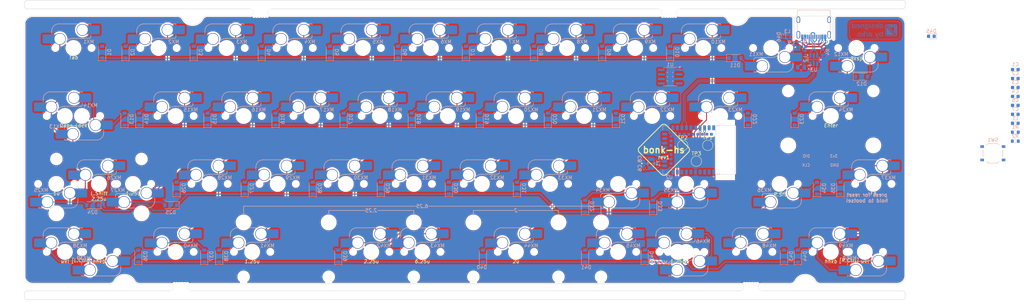
<source format=kicad_pcb>
(kicad_pcb (version 20241229) (generator "pcbnew") (generator_version "9.0")
  (layers (0 "F.Cu" signal) (2 "B.Cu" signal) (13 "F.Paste" user) (15 "B.Paste" user) (5 "F.SilkS" user "F.Silkscreen") (7 "B.SilkS" user "B.Silkscreen") (1 "F.Mask" user) (3 "B.Mask" user) (25 "Edge.Cuts" user))
  (net 0 "")
  (net 1 "Net-(D1-A)")
  (net 2 "Net-(D2-A)")
  (net 3 "Net-(D3-A)")
  (net 4 "Net-(D4-A)")
  (net 5 "Net-(D5-A)")
  (net 6 "Net-(D6-A)")
  (net 7 "Net-(D7-A)")
  (net 8 "Net-(D8-A)")
  (net 9 "Net-(D9-A)")
  (net 10 "Net-(D10-A)")
  (net 11 "Net-(D11-A)")
  (net 12 "Net-(D13-A)")
  (net 13 "Net-(D14-A)")
  (net 14 "Net-(D15-A)")
  (net 15 "Net-(D16-A)")
  (net 16 "Net-(D17-A)")
  (net 17 "Net-(D18-A)")
  (net 18 "Net-(D19-A)")
  (net 19 "Net-(D20-A)")
  (net 20 "Net-(D21-A)")
  (net 21 "Net-(D22-A)")
  (net 22 "Net-(D23-A)")
  (net 23 "Net-(D26-A)")
  (net 24 "Net-(D27-A)")
  (net 25 "Net-(D29-A)")
  (net 26 "Net-(D30-A)")
  (net 27 "Net-(D31-A)")
  (net 28 "Net-(D32-A)")
  (net 29 "Net-(D33-A)")
  (net 30 "Net-(D34-A)")
  (net 31 "Net-(D36-A)")
  (net 32 "Net-(D37-A)")
  (net 33 "Net-(D39-A)")
  (net 34 "Net-(D12-A)")
  (net 35 "Net-(D24-A)")
  (net 36 "Net-(D38-A)")
  (net 37 "+5V")
  (net 38 "D-")
  (net 39 "D+")
  (net 40 "row0")
  (net 41 "col11")
  (net 42 "row1")
  (net 43 "row3")
  (net 44 "col0")
  (net 45 "col1")
  (net 46 "col2")
  (net 47 "col3")
  (net 48 "col4")
  (net 49 "col5")
  (net 50 "col6")
  (net 51 "col7")
  (net 52 "col8")
  (net 53 "col9")
  (net 54 "col10")
  (net 55 "GND")
  (net 56 "Net-(D25-A)")
  (net 57 "Net-(D28-A)")
  (net 58 "Net-(D35-A)")
  (net 59 "Net-(D40-A)")
  (net 60 "Net-(D41-A)")
  (net 61 "Net-(D42-A)")
  (net 62 "Net-(D43-A)")
  (net 63 "row2")
  (net 64 "Net-(D44-A)")
  (net 65 "SWDIO")
  (net 66 "SWCLK")
  (net 67 "Net-(F1-Pad1)")
  (net 68 "VDD")
  (net 69 "+VSW")
  (net 70 "Net-(U2-P0.00{slash}XL1)")
  (net 71 "+BATT")
  (net 72 "Net-(U2-P0.01{slash}XL2)")
  (net 73 "Net-(D46-A2)")
  (net 74 "Earth")
  (net 75 "/USB/USB_DM")
  (net 76 "/USB/USB_DP")
  (net 77 "VBUS")
  (net 78 "Net-(J2-CC2)")
  (net 79 "Net-(J2-CC1)")
  (net 80 "DCCH")
  (net 81 "Net-(U1-~{CHRG})")
  (net 82 "Net-(U1-PROG)")
  (net 83 "Net-(U2-P0.18{slash}~{RESET})")
  (net 84 "RST")
  (net 116 "Net-(D45-K)")
  (footprint "PCM_marbastlib-mx:STAB_MX_2.25u" (layer "F.Cu") (at 35.421074 62.50777)
    (property "Reference" "S2" (hide yes))
    (property "Value" "2.25")
  )
  (footprint "MountingHole:ToolingHole_1.152mm" (layer "F.Cu") (at 259.556042 93.730047)
    (property "Reference" "REF**" (hide yes))
    (property "Value" "ToolingHole_1.152mm")
  )
  (footprint "PCM_marbastlib-various:mousebites_2mm" (layer "F.Cu") (at 58.340586 90.507792 90)
    (property "Reference" "REF**" (hide yes))
    (property "Value" "mousebites 2mm" (hide yes))
    (fp_arc (start 0 -3) (mid -1 -2) (end -2 -3) (stroke (width 0.05)) (layer "Edge.Cuts"))
    (fp_arc (start -2 3) (mid -1 2) (end 0 3) (stroke (width 0.05)) (layer "Edge.Cuts"))
  )
  (footprint "TestPoint:TestPoint_Pad_D2.5mm" (layer "F.Cu") (at 202.596091 56.152778)
    (property "Reference" "TP3")
    (property "Value" "TestPoint")
  )
  (footprint "MountingHole:ToolingHole_1.152mm" (layer "F.Cu") (at 259.556042 12.235537)
    (property "Reference" "REF**" (hide yes))
    (property "Value" "ToolingHole_1.152mm")
  )
  (footprint "MountingHole:ToolingHole_1.152mm" (layer "F.Cu") (at 16.073434 12.235537)
    (property "Reference" "REF**" (hide yes))
    (property "Value" "ToolingHole_1.152mm")
  )
  (footprint "PCM_marbastlib-mx:STAB_MX_2.25u" (layer "F.Cu") (at 240.208402 43.457786)
    (property "Reference" "S1" (hide yes))
    (property "Value" "2.25")
  )
  (footprint "MountingHole:ToolingHole_1.152mm" (layer "F.Cu") (at 16.073434 93.730047)
    (property "Reference" "REF**" (hide yes))
    (property "Value" "ToolingHole_1.152mm")
  )
  (footprint "PCM_marbastlib-various:mousebites_2mm" (layer "F.Cu") (at 217.884202 90.507792 90)
    (property "Reference" "REF**" (hide yes))
    (property "Value" "mousebites 2mm" (hide yes))
    (fp_arc (start 0 -3) (mid -1 -2) (end -2 -3) (stroke (width 0.05)) (layer "Edge.Cuts"))
    (fp_arc (start -2 3) (mid -1 2) (end 0 3) (stroke (width 0.05)) (layer "Edge.Cuts"))
  )
  (footprint "TestPoint:TestPoint_Pad_D2.5mm" (layer "F.Cu") (at 205.771091 51.707778)
    (property "Reference" "TP1")
    (property "Value" "TestPoint")
  )
  (footprint "PCM_marbastlib-mx:STAB_MX_2.25u" (layer "F.Cu") (at 111.62101 81.557754 180)
    (property "Reference" "S5" (hide yes))
    (property "Value" "2.25")
  )
  (footprint "PCM_marbastlib-mx:STAB_MX_2u" (layer "F.Cu") (at 152.102226 81.557754 180)
    (property "Reference" "S3" (hide yes))
    (property "Value" "2")
  )
  (footprint "TestPoint:TestPoint_Pad_D2.5mm" (layer "F.Cu") (at 198.786091 51.707778)
    (property "Reference" "TP2")
    (property "Value" "TestPoint")
  )
  (footprint "PCM_marbastlib-various:mousebites_2mm" (layer "F.Cu") (at 80.664786 15.457792 -90)
    (property "Reference" "REF**" (hide yes))
    (property "Value" "mousebites 2mm" (hide yes))
    (fp_arc (start -2 3) (mid -1 2) (end 0 3) (stroke (width 0.05)) (layer "Edge.Cuts"))
    (fp_arc (start 0 -3) (mid -1 -2) (end -2 -3) (stroke (width 0.05)) (layer "Edge.Cuts"))
  )
  (footprint "PCM_marbastlib-various:mousebites_2mm" (layer "F.Cu") (at 194.96469 15.457792 -90)
    (property "Reference" "REF**" (hide yes))
    (property "Value" "mousebites 2mm" (hide yes))
    (fp_arc (start -2 3) (mid -1 2) (end 0 3) (stroke (width 0.05)) (layer "Edge.Cuts"))
    (fp_arc (start 0 -3) (mid -1 -2) (end -2 -3) (stroke (width 0.05)) (layer "Edge.Cuts"))
  )
  (footprint "PCM_marbastlib-mx:STAB_MX_6.25u" (layer "F.Cu") (at 125.908498 81.557754 180)
    (property "Reference" "S4" (hide yes))
    (property "Value" "6.25")
  )
  (footprint "PCM_marbastlib-mx:SW_MX_HS_CPG151101S11_1u" (layer "B.Cu") (at 125.908498 81.557754 180)
    (property "Reference" "MX43")
    (property "Value" "MX_SW_solder")
  )
  (footprint "PCM_marbastlib-mx:SW_MX_HS_CPG151101S11_1u" (layer "B.Cu") (at 23.47497 62.50777)
    (property "Reference" "MX25")
    (property "Value" "MX_SW_solder")
  )
  (footprint "PCM_marbastlib-mx:SW_MX_HS_CPG151101S11_1u" (layer "B.Cu") (at 56.852306 43.457786 180)
    (property "Reference" "MX15")
    (property "Value" "MX_SW_solder")
  )
  (footprint "Connector_USB:USB_C_Receptacle_G-Switch_GT-USB-7010ASV" (layer "B.Cu") (at 235.445906 17.583592)
    (property "Reference" "J2")
    (property "Value" "USB_C_Receptacle_USB2.0_14P")
  )
  (footprint "PCM_marbastlib-mx:SW_MX_HS_CPG151101S11_1u" (layer "B.Cu") (at 147.33983 24.407802 180)
    (property "Reference" "MX7")
    (property "Value" "MX_SW_solder")
  )
  (footprint "Diode_SMD:D_SOD-123" (layer "B.Cu") (at 100.012426 25.598426 90)
    (property "Reference" "D5")
    (property "Value" "1N4148W")
  )
  (footprint "PCM_marbastlib-mx:SW_MX_HS_CPG151101S11_1u" (layer "B.Cu") (at 152.102226 81.557754 180)
    (property "Reference" "MX44")
    (property "Value" "MX_SW_solder")
  )
  (footprint "Diode_SMD:D_SOD-123" (layer "B.Cu") (at 80.962442 25.598426 90)
    (property "Reference" "D4")
    (property "Value" "1N4148W")
  )
  (footprint "Resistor_SMD:R_0603_1608Metric" (layer "B.Cu") (at 291.837266 50.53373 180)
    (property "Reference" "R2")
    (property "Value" "5.1k")
  )
  (footprint "Capacitor_SMD:C_0402_1005Metric" (layer "B.Cu") (at 187.942956 58.057778 -90)
    (property "Reference" "C6")
    (property "Value" "12p")
  )
  (footprint "PCM_marbastlib-mx:SW_MX_HS_CPG151101S11_1u" (layer "B.Cu") (at 190.202258 43.457786 180)
    (property "Reference" "MX22")
    (property "Value" "MX_SW_solder")
  )
  (footprint "Diode_SMD:D_SOD-123" (layer "B.Cu") (at 171.449866 82.748378 90)
    (property "Reference" "D41")
    (property "Value" "1N4148W")
  )
  (footprint "PCM_marbastlib-mx:SW_MX_HS_CPG151101S11_1u" (layer "B.Cu") (at 104.477266 62.507738 180)
    (property "Reference" "MX30")
    (property "Value" "MX_SW_solder")
  )
  (footprint "Resistor_SMD:R_0603_1608Metric" (layer "B.Cu") (at 237.895122 25.530458 90)
    (property "Reference" "R4")
    (property "Value" "5.1k")
  )
  (footprint "Inductor_SMD:L_0402_1005Metric" (layer "B.Cu") (at 233.095906 25.782018 -90)
    (property "Reference" "L2")
    (property "Value" "BLM15PX121SN1D")
  )
  (footprint "PCM_marbastlib-mx:SW_MX_HS_CPG151101S11_1.5u" (layer "B.Cu") (at 28.27733 24.407802 180)
    (property "Reference" "MX1")
    (property "Value" "MX_SW_solder")
  )
  (footprint "LED_SMD:LED_0603_1608Metric" (layer "B.Cu") (at 268.35369 21.133426 180)
    (property "Reference" "D45")
    (property "Value" "orange")
  )
  (footprint "designer:Arko's Designs" (layer "B.Cu") (at 259.556042 16.966402 180)
    (property "Reference" "REF**" (hide yes))
    (property "Value" "Arko's Designs" (hide yes))
  )
  (footprint "Capacitor_SMD:C_0603_1608Metric" (layer "B.Cu") (at 291.837266 43.00373 180)
    (property "Reference" "C7")
    (property "Value" "10u")
  )
  (footprint "Capacitor_SMD:C_0603_1608Metric" (layer "B.Cu") (at 291.837266 32.96373 180)
    (property "Reference" "C2")
    (property "Value" "4.7u")
  )
  (footprint "Inductor_SMD:L_0402_1005Metric" (layer "B.Cu") (at 228.145906 21.308592 90)
    (property "Reference" "L3")
    (property "Value" "BLM15PX121SN1D")
  )
  (footprint "PCM_marbastlib-mx:SW_MX_HS_CPG151101S11_1u" (layer "B.Cu") (at 123.52725 62.507738 180)
    (property "Reference" "MX31")
    (property "Value" "MX_SW_solder")
  )
  (footprint "Diode_SMD:D_SOD-123" (layer "B.Cu") (at 122.93197 44.350754 90)
    (property "Reference" "D18")
    (property "Value" "1N4148W")
  )
  (footprint "Capacitor_SMD:C_0402_1005Metric" (layer "B.Cu") (at 229.145906 21.308592 90)
    (property "Reference" "C9")
    (property "Value" "100n")
  )
  (footprint "PCM_marbastlib-mx:SW_MX_HS_CPG151101S11_1u" (layer "B.Cu") (at 90.18983 24.407802 180)
    (property "Reference" "MX4")
    (property "Value" "MX_SW_solder")
  )
  (footprint "PCM_marbastlib-mx:SW_MX_HS_CPG151101S11_1u" (layer "B.Cu") (at 85.427282 62.507738 180)
    (property "Reference" "MX29")
    (property "Value" "MX_SW_solder")
  )
  (footprint "PCM_marbastlib-mx:SW_MX_HS_CPG151101S11_1u" (layer "B.Cu") (at 180.677202 62.50777)
    (property "Reference" "MX34")
    (property "Value" "MX_SW_solder")
  )
  (footprint "PCM_marbastlib-mx:SW_MX_HS_CPG151101S11_1u" (layer "B.Cu") (at 185.43983 24.407802 180)
    (property "Reference" "MX9")
    (property "Value" "MX_SW_solder")
  )
  (footprint "Diode_SMD:D_SOD-123" (layer "B.Cu") (at 102.393674 82.748378 90)
    (property "Reference" "D39")
    (property "Value" "1N4148W")
  )
  (footprint "Diode_SMD:D_SOD-123" (layer "B.Cu") (at 46.732002 44.350754 90)
    (property "Reference" "D14")
    (property "Value" "1N4148W")
  )
  (footprint "Diode_SMD:D_SOD-123" (layer "B.Cu") (at 248.840426 32.444514)
    (property "Reference" "D12")
    (property "Value" "1N4148W")
  )
  (footprint "Diode_SMD:D_SOD-123" (layer "B.Cu") (at 142.87489 82.748378 90)
    (property "Reference" "D40")
    (property "Value" "1N4148W")
  )
  (footprint "Diode_SMD:D_SOD-123" (layer "B.Cu") (at 103.88197 44.350754 90)
    (property "Reference" "D17")
    (property "Value" "1N4148W")
  )
  (footprint "PCM_marbastlib-mx:SW_MX_HS_CPG151101S11_1.25u" (layer "B.Cu") (at 44.946066 62.50777)
    (property "Reference" "MX27")
    (property "Value" "MX_SW_solder")
  )
  (footprint "Diode_SMD:D_SOD-123" (layer "B.Cu") (at 216.991234 44.350754 90)
    (property "Reference" "D22")
    (property "Value" "1N4148W")
  )
  (footprint "PCM_marbastlib-mx:SW_MX_HS_CPG151101S11_1u" (layer "B.Cu") (at 199.727186 81.557754)
    (property "Reference" "MX47")
    (property "Value" "MX_SW_solder")
  )
  (footprint "Diode_SMD:D_SOD-123" (layer "B.Cu") (at 64.889018 82.748378 90)
    (property "Reference" "D37")
    (property "Value" "1N4148W")
  )
  (footprint "PCM_marbastlib-mx:SW_MX_HS_CPG151101S11_1u" (layer "B.Cu") (at 223.53983 24.407802)
    (property "Reference" "MX11")
    (property "Value" "MX_SW_solder")
  )
  (footprint "PCM_marbastlib-mx:SW_MX_HS_CPG151101S11_1.25u" (layer "B.Cu") (at 249.733394 81.557754)
    (property "Reference" "MX50")
    (property "Value" "MX_SW_solder")
  )
  (footprint "Diode_SMD:D_SOD-123" (layer "B.Cu") (at 236.338874 63.698394 90)
    (property "Reference" "D34")
    (property "Value" "1N4148W")
  )
  (footprint "Package_TO_SOT_SMD:SOT-23-6" (layer "B.Cu") (at 235.445906 27.682018 -90)
    (property "Reference" "U3")
    (property "Value" "USBLC6-2SC6")
  )
  (footprint "Fuse:Fuse_0805_2012Metric" (layer "B.Cu") (at 231.883407 29.832018)
    (property "Reference" "F1")
    (property "Value" "750mA")
  )
  (footprint "PCM_marbastlib-mx:SW_MX_HS_CPG151101S11_1u" (layer "B.Cu") (at 204.48983 24.407802 180)
    (property "Reference" "MX10")
    (property "Value" "MX_SW_solder")
  )
  (footprint "PCM_marbastlib-mx:SW_MX_HS_CPG151101S11_1u" (layer "B.Cu") (at 166.38983 24.407802 180)
    (property "Reference" "MX8")
    (property "Value" "MX_SW_solder")
  )
  (footprint "Diode_SMD:D_SOD-123" (layer "B.Cu") (at 157.162378 25.598426 90)
    (property "Reference" "D8")
    (property "Value" "1N4148W")
  )
  (footprint "PCM_marbastlib-mx:SW_MX_HS_CPG151101S11_1u" (layer "B.Cu") (at 152.102258 43.457786 180)
    (property "Reference" "MX20")
    (property "Value" "MX_SW_solder")
  )
  (footprint "Inductor_SMD:L_0603_1608Metric" (layer "B.Cu") (at 291.837266 45.51373 180)
    (property "Reference" "L1")
    (property "Value" "10 uH")
  )
  (footprint "Diode_SMD:D_SOD-123" (layer "B.Cu") (at 188.118602 82.748378 90)
    (property "Reference" "D42")
    (property "Value" "1N4148W")
  )
  (footprint "PCM_marbastlib-mx:SW_MX_HS_CPG151101S11_1u" (layer "B.Cu") (at 35.421074 62.50777 180)
    (property "Reference" "MX26")
    (property "Value" "MX_SW_solder")
  )
  (footprint "PCM_marbastlib-various:nRF52840_E73-2G4M08S1C" (layer "B.Cu") (at 202.40609 52.982778 90)
    (property "Reference" "U2")
    (property "Value" "nRF52840_E73-2G4M08S1C" (hide yes))
  )
  (footprint "PCM_marbastlib-mx:SW_MX_HS_CPG151101S11_1.25u" (layer "B.Cu") (at 35.421074 81.557754)
    (property "Reference" "MX39")
    (property "Value" "MX_SW_solder")
  )
  (footprint "Diode_SMD:D_SOD-123" (layer "B.Cu") (at 176.212362 25.598426 90)
    (property "Reference" "D9")
    (property "Value" "1N4148W")
  )
  (footprint "Diode_SMD:D_SOD-123" (layer "B.Cu") (at 61.912458 25.598426 90)
    (property "Reference" "D3")
    (property "Value" "1N4148W")
  )
  (footprint "Diode_SMD:D_SOD-123" (layer "B.Cu") (at 46.434346 82.748378 90)
    (property "Reference" "D36")
    (property "Value" "1N4148W")
  )
  (footprint "PCM_marbastlib-mx:SW_MX_HS_CPG151101S11_1u" (layer "B.Cu") (at 252.114642 62.50777 180)
    (property "Reference" "MX37")
    (property "Value" "MX_SW_solder")
  )
  (footprint "PCM_marbastlib-mx:SW_MX_HS_CPG151101S11_1.25u" (layer "B.Cu") (at 197.345938 81.557754 180)
    (property "Reference" "MX46")
    (property "Value" "MX_SW_solder")
  )
  (footprint "Diode_SMD:D_SOD-123" (layer "B.Cu") (at 230.981066 82.748378 90)
    (property "Reference" "D44")
    (property "Value" "1N4148W")
  )
  (footprint "PCM_marbastlib-mx:SW_MX_HS_CPG151101S11_1u" (layer "B.Cu") (at 75.90229 43.457786 180)
    (property "Reference" "MX16")
    (property "Value" "MX_SW_solder")
  )
  (footprint "Capacitor_SMD:C_0603_1608Metric" (layer "B.Cu") (at 291.837266 30.45373 180)
    (property "Reference" "C1")
    (property "Value" "1u")
  )
  (footprint "Diode_SMD:D_SOD-123" (layer "B.Cu") (at 171.449866 68.758546 90)
    (property "Reference" "D32")
    (property "Value" "1N4148W")
  )
  (footprint "PCM_marbastlib-mx:SW_MX_HS_CPG151101S11_1u" (layer "B.Cu") (at 142.577234 62.50777 180)
    (property "Reference" "MX32")
    (property "Value" "MX_SW_solder")
  )
  (footprint "PCM_marbastlib-mx:SW_MX_HS_CPG151101S11_1u" (layer "B.Cu") (at 218.77717 81.557754 180)
    (property "Reference" "MX48")
    (property "Value" "MX_SW_solder")
  )
  (footprint "Resistor_SMD:R_0603_1608Metric" (layer "B.Cu") (at 232.295906 24.082018)
    (property "Reference" "R3")
    (property "Value" "5.1k")
  )
  (footprint "Capacitor_SMD:C_0603_1608Metric" (layer "B.Cu") (at 291.837266 37.98373 180)
    (property "Reference" "C4")
    (property "Value" "10u")
  )
  (footprint "Diode_SMD:D_SOD-123" (layer "B.Cu") (at 33.635138 68.46089 180)
    (property "Reference" "D24")
    (property "Value" "1N4148W")
  )
  (footprint "PCM_marbastlib-mx:SW_MX_HS_CPG151101S11_1u" (layer "B.Cu") (at 209.252178 43.457786 180)
    (property "Reference" "MX23")
    (property "Value" "MX_SW_solder")
  )
  (footprint "PCM_marbastlib-mx:SW_MX_HS_CPG151101S11_1.75u_STP_1.25" (layer "B.Cu") (at 25.896082 43.457786 180)
    (property "Reference" "MX14")
    (property "Value" "MX_SW_solder")
  )
  (footprint "Crystal:Crystal_SMD_3215-2Pin_3.2x1.5mm" (layer "B.Cu") (at 189.896091 56.787778 90)
    (property "Reference" "Y1")
    (property "Value" "32.768 kHz")
  )
  (footprint "Diode_SMD:D_SOD-123" (layer "B.Cu") (at 195.262346 25.598426 90)
    (property "Reference" "D10")
    (property "Value" "1N4148W")
  )
  (footprint "Capacitor_SMD:C_0603_1608Metric" (layer "B.Cu") (at 291.837266 35.47373 180)
    (property "Reference" "C3")
    (property "Value" "4.7u")
  )
  (footprint "Diode_SMD:D_SOD-123" (layer "B.Cu") (at 36.314042 25.598426 90)
    (property "Reference" "D1")
    (property "Value" "1N4148W")
  )
  (footprint "Button_Switch_SMD:SW_Push_1P1T_XKB_TS-1187A" (layer "B.Cu") (at 285.557266 53.92373 180)
    (property "Reference" "SW1")
    (property "Value" "SW_Push")
  )
  (footprint "PCM_marbastlib-mx:SW_MX_HS_CPG151101S11_1u" (layer "B.Cu") (at 111.62101 81.557754 180)
    (property "Reference" "MX42")
    (property "Value" "MX_SW_solder")
  )
  (footprint "Diode_SMD:D_SOD-123" (layer "B.Cu") (at 133.349898 63.698394 90)
    (property "Reference" "D30")
    (property "Value" "1N4148W")
  )
  (footprint "PCM_marbastlib-mx:SW_MX_HS_CPG151101S11_1.25u" (layer "B.Cu") (at 240.208402 81.557754 180)
    (property "Reference" "MX49")
    (property "Value" "MX_SW_solder")
  )
  (footprint "Diode_SMD:D_SOD-123" (layer "B.Cu") (at 141.98197 44.350754 90)
    (property "Reference" "D19")
    (property "Value" "1N4148W")
  )
  (footprint "PCM_marbastlib-mx:SW_MX_HS_CPG151101S11_1u" (layer "B.Cu") (at 114.002258 43.457786 180)
    (property "Reference" "MX18")
    (property "Value" "MX_SW_solder")
  )
  (footprint "Diode_SMD:D_SOD-123" (layer "B.Cu") (at 114.299914 63.698394 90)
    (property "Reference" "D29")
    (property "Value" "1N4148W")
  )
  (footprint "PCM_marbastlib-mx:SW_MX_HS_CPG151101S11_1u" (layer "B.Cu") (at 94.952274 43.457786 180)
    (property "Reference" "MX17")
    (property "Value" "MX_SW_solder")
  )
  (footprint "Diode_SMD:D_SOD-123" (layer "B.Cu") (at 180.081874 44.350754 90)
    (property "Reference" "D21")
    (property "Value" "1N4148W")
  )
  (footprint "Diode_SMD:D_SOD-123" (layer "B.Cu") (at 227.111538 82.748378 90)
    (property "Reference" "D43")
    (property "Value" "1N4148W")
  )
  (footprint "PCM_marbastlib-mx:SW_MX_HS_CPG151101S11_1u" (layer "B.Cu") (at 133.052258 43.457786 180)
    (property "Reference" "MX19")
    (property "Value" "MX_SW_solder")
  )
  (footprint "Capacitor_SMD:C_0603_1608Metric" (layer "B.Cu") (at 291.837266 40.49373 180)
    (property "Reference" "C5")
    (property "Value" "4.7u")
  )
  (footprint "Diode_SMD:D_SOD-123" (layer "B.Cu") (at 42.862474 25.598426 90)
    (property "Reference" "D2")
    (property "Value" "1N4148W")
  )
  (footprint "PCM_marbastlib-mx:SW_MX_HS_CPG151101S11_1u" (layer "B.Cu") (at 71.13983 24.407802 180)
    (property "Reference" "MX3")
    (property "Value" "MX_SW_solder")
  )
  (footprint "PCM_marbastlib-mx:SW_MX_HS_CPG151101S11_1u" (layer "B.Cu") (at 66.377298 62.507738 180)
    (property "Reference" "MX28")
    (property "Value" "MX_SW_solder")
  )
  (footprint "PCM_marbastlib-mx:SW_MX_HS_CPG151101S11_1u" (layer "B.Cu") (at 128.28983 24.407802 180)
    (property "Reference" "MX6")
    (property "Value" "MX_SW_solder")
  )
  (footprint "PCM_marbastlib-mx:SW_MX_HS_CPG151101S11_1.75u" (layer "B.Cu") (at 30.658578 43.457786)
    (property "Reference" "MX13")
    (property "Value" "MX_SW_solder")
  )
  (footprint "Diode_SMD:D_SOD-123" (layer "B.Cu") (at 57.149962 63.698394 90)
    (property "Reference" "D26")
    (property "Value" "1N4148W")
  )
  (footprint "PCM_marbastlib-mx:SW_MX_HS_CPG151101S11_1u" (layer "B.Cu") (at 56.852306 81.557754 180)
    (property "Reference" "MX40")
    (property "Value" "MX_SW_solder")
  )
  (footprint "Diode_SMD:D_SOD-123" (layer "B.Cu") (at 161.031874 44.350754 90)
    (property "Reference" "D20")
    (property "Value" "1N4148W")
  )
  (footprint "Diode_SMD:D_SOD-123" (layer "B.Cu") (at 55.499962 68.46089 180)
    (property "Reference" "D25")
    (property "Value" "1N4148W")
  )
  (footprint "PCM_marbastlib-mx:SW_MX_HS_CPG151101S11_1u" (layer "B.Cu") (at 171.152258 43.457786 180)
    (property "Reference" "MX21")
    (property "Value" "MX_SW_solder")
  )
  (footprint "PCM_marbastlib-mx:SW_MX_HS_CPG151101S11_1u" (layer "B.Cu") (at 109.23983 24.407802 180)
    (property "Reference" "MX5")
    (property "Value" "MX_SW_solder")
  )
  (footprint "Diode_SMD:D_SOD-123" (layer "B.Cu") (at 152.399882 63.698394 90)
    (property "Reference" "D31")
    (property "Value" "1N4148W")
  )
  (footprint "Diode_SMD:D_SOD-123" (layer "B.Cu") (at 42.564818 44.350754 90)
    (property "Reference" "D13")
    (property "Value" "1N4148W")
  )
  (footprint "PCM_marbastlib-mx:SW_MX_HS_CPG151101S11_1u" (layer "B.Cu") (at 161.627218 62.50777 180)
    (property "Reference" "MX33")
    (property "Value" "MX_SW_solder")
  )
  (footprint "Diode_SMD:D_SOD-123" (layer "B.Cu") (at 84.83197 44.350754 90)
    (property "Reference" "D16")
    (property "Value" "1N4148W")
  )
  (footprint "PCM_marbastlib-mx:SW_MX_HS_CPG151101S11_1u" (layer "B.Cu") (at 199.727186 62.50777)
    (property "Reference" "MX35")
    (property "Value" "MX_SW_solder")
  )
  (footprint "Diode_SMD:D_SOD-123" (layer "B.Cu") (at 119.06241 25.598426 90)
    (property "Reference" "D6")
    (property "Value" "1N4148W")
  )
  (footprint "Diode_SMD:D_SOD-123" (layer "B.Cu") (at 138.112394 25.598426 90)
    (property "Reference" "D7")
    (property "Value" "1N4148W")
  )
  (footprint "Diode_SMD:D_SOD-123" (layer "B.Cu") (at 230.088098 44.350754 90)
    (property "Reference" "D23")
    (property "Value" "1N4148W")
  )
  (footprint "PCM_marbastlib-mx:SW_MX_HS_CPG151101S11_1.5u" (layer "B.Cu") (at 247.352146 24.407802)
    (property "Reference" "MX12")
    (property "Value" "MX_SW_solder")
  )
  (footprint "Diode_SMD:D_SOD-123" (layer "B.Cu") (at 190.49985 68.758546 90)
    (property "Reference" "D33")
    (property "Value" "1N4148W")
  )
  (footprint "PCM_marbastlib-mx:SW_MX_HS_CPG151101S11_1u" (layer "B.Cu") (at 52.08983 24.407802 180)
    (property "Reference" "MX2")
    (property "Value" "MX_SW_solder")
  )
  (footprint "Diode_SMD:D_SOD-882" (layer "B.Cu") (at 226.995906 21.308592 -90)
    (property "Reference" "D46")
    (property "Value" "H5VL10B")
  )
  (footprint "Diode_SMD:D_SOD-123" (layer "B.Cu") (at 76.199946 63.698394 90)
    (property "Reference" "D27")
    (property "Value" "1N4148W")
  )
  (footprint "Diode_SMD:D_SOD-123" (layer "B.Cu") (at 213.419362 27.248426)
    (property "Reference" "D11")
    (property "Value" "1N4148W")
  )
  (footprint "PCM_marbastlib-mx:SW_MX_HS_CPG151101S11_1u" (layer "B.Cu") (at 180.677202 81.557754 180)
    (property "Reference" "MX45")
    (property "Value" "MX_SW_solder")
  )
  (footprint "PCM_marbastlib-mx:SW_MX_HS_CPG151101S11_1.75u" (layer "B.Cu") (at 225.88105 62.50777)
    (property "Reference" "MX36")
    (property "Value" "MX_SW_solder")
  )
  (footprint "Capacitor_SMD:C_0402_1005Metric" (layer "B.Cu") (at 187.942956 55.517778 -90)
    (property "Reference" "C8")
    (property "Value" "12p")
  )
  (footprint "Diode_SMD:D_SOD-123" (layer "B.Cu") (at 65.781986 44.350754 90)
    (property "Reference" "D15")
    (property "Value" "1N4148W")
  )
  (footprint "Diode_SMD:D_SOD-123" (layer "B.Cu") (at 242.887306 63.698394 90)
    (property "Reference" "D35")
    (property "Value" "1N4148W")
  )
  (footprint "Diode_SMD:D_SOD-123" (layer "B.Cu") (at 95.24993 63.698394 90)
    (property "Reference" "D28")
    (property "Value" "1N4148W")
  )
  (footprint "PCM_marbastlib-mx:SW_MX_HS_CPG151101S11_1.25u" (layer "B.Cu") (at 25.896082 81.557754 180)
    (property "Reference" "MX38")
    (property "Value" "MX_SW_solder")
  )
  (footprint "Package_SO:SOIC-8-1EP_3.9x4.9mm_P1.27mm_EP2.41x3.3mm_ThermalVias" (layer "B.Cu") (at 195.262346 32.444514 180)
    (property "Reference" "U1")
    (property "Value" "TP4056-42-ESOP8")
  )
  (footprint "Resistor_SMD:R_0603_1608Metric" (layer "B.Cu") (at 291.837266 48.02373 180)
    (property "Reference" "R1")
    (property "Value" "1.5k")
  )
  (footprint "Diode_SMD:D_SOD-123" (layer "B.Cu") (at 69.056202 82.748378 90)
    (property "Reference" "D38")
    (property "Value" "1N4148W")
  )
  (footprint "PCM_marbastlib-mx:SW_MX_HS_CPG151101S11_1u" (layer "B.Cu") (at 240.208402 43.457786 180)
    (property "Reference" "MX24")
    (property "Value" "MX_SW_solder")
  )
  (footprint "PCM_marbastlib-mx:SW_MX_HS_CPG151101S11_1.25u" (layer "B.Cu") (at 78.283538 81.557754 180)
    (property "Reference" "MX41")
    (property "Value" "MX_SW_solder")
  )
  (gr_arc (start 186.633608 53.659381) (mid 186.340707 52.952275) (end 186.633608 52.245167) (stroke (width 0.25)) (layer "F.SilkS"))
  (gr_line (start 200.373564 53.659381) (end 194.210693 59.822252) (stroke (width 0.25)) (layer "F.SilkS"))
  (gr_line (start 186.633608 52.245167) (end 192.796479 46.082296) (stroke (width 0.25)) (layer "F.SilkS"))
  (gr_arc (start 200.373564 52.245167) (mid 200.666467 52.952275) (end 200.373564 53.659381) (stroke (width 0.25)) (layer "F.SilkS"))
  (gr_line (start 194.210693 46.082296) (end 200.373564 52.245167) (stroke (width 0.25)) (layer "F.SilkS"))
  (gr_arc (start 194.210693 59.822252) (mid 193.503586 60.115145) (end 192.796479 59.822252) (stroke (width 0.25)) (layer "F.SilkS"))
  (gr_arc (start 192.796479 46.082296) (mid 193.503586 45.789403) (end 194.210693 46.082296) (stroke (width 0.25)) (layer "F.SilkS"))
  (gr_line (start 192.796479 59.822252) (end 186.633608 53.659381) (stroke (width 0.25)) (layer "F.SilkS"))
  (gr_line (start 164.008466 69.94917) (end 152.697538 69.94917) (stroke (width 0.15)) (layer "B.SilkS"))
  (gr_line (start 75.90229 68.758546) (end 75.90229 70.842138) (stroke (width 0.15)) (layer "B.SilkS"))
  (gr_line (start 151.506914 69.94917) (end 140.195986 69.94917) (stroke (width 0.15)) (layer "B.SilkS"))
  (gr_line (start 124.122562 68.758546) (end 75.90229 68.758546) (stroke (width 0.15)) (layer "B.SilkS"))
  (gr_line (start 123.52725 70.842138) (end 123.52725 69.94917) (stroke (width 0.15)) (layer "B.SilkS"))
  (gr_line (start 164.008466 70.842138) (end 164.008466 69.94917) (stroke (width 0.15)) (layer "B.SilkS"))
  (gr_line (start 123.52725 69.94917) (end 113.406946 69.94917) (stroke (width 0.15)) (layer "B.SilkS"))
  (gr_line (start 175.914706 68.758546) (end 175.914706 70.842138) (stroke (width 0.15)) (layer "B.SilkS"))
  (gr_line (start 99.71477 69.94917) (end 99.71477 70.842138) (stroke (width 0.15)) (layer "B.SilkS"))
  (gr_line (start 127.694434 68.758546) (end 175.914706 68.758546) (stroke (width 0.15)) (layer "B.SilkS"))
  (gr_line (start 109.835074 69.94917) (end 99.71477 69.94917) (stroke (width 0.15)) (layer "B.SilkS"))
  (gr_line (start 140.195986 69.94917) (end 140.195986 70.842138) (stroke (width 0.15)) (layer "B.SilkS"))
  (gr_line (start 14.564024 17.707792) (end 14.564035 88.257792) (stroke (width 0.1)) (layer "Edge.Cuts"))
  (gr_arc (start 260.264024 92.507792) (mid 260.829709 92.742107) (end 261.064024 93.307792) (stroke (width 0.1)) (layer "Edge.Cuts"))
  (gr_line (start 230.588098 15.457792) (end 230.088098 15.957792) (stroke (width 0.1)) (layer "Edge.Cuts"))
  (gr_arc (start 237.187764 90.507792) (mid 236.410039 90.290458) (end 235.85773 89.70134) (stroke (width 0.1)) (layer "Edge.Cuts"))
  (gr_line (start 229.188099 15.457792) (end 229.688098 15.958672) (stroke (width 0.1)) (layer "Edge.Cuts"))
  (gr_line (start 237.187764 90.507792) (end 258.814024 90.507792) (stroke (width 0.1)) (layer "Edge.Cuts"))
  (gr_arc (start 15.365524 94.952302) (mid 14.799835 94.717988) (end 14.565524 94.152302) (stroke (width 0.1)) (layer "Edge.Cuts"))
  (gr_line (start 197.964724 13.457792) (end 260.264024 13.457792) (stroke (width 0.1)) (layer "Edge.Cuts"))
  (gr_line (start 213.419362 46.63669) (end 213.419362 59.328866) (stroke (width 0.1)) (layer "Edge.Cuts"))
  (gr_line (start 14.565524 93.307791) (end 14.565524 94.152302) (stroke (width 0.1)) (layer "Edge.Cuts"))
  (gr_arc (start 208.061554 46.63669) (mid 208.208003 46.283149) (end 208.561554 46.13669) (stroke (width 0.1)) (layer "Edge.Cuts"))
  (gr_arc (start 260.264024 11.013282) (mid 260.829713 11.247596) (end 261.064024 11.813282) (stroke (width 0.1)) (layer "Edge.Cuts"))
  (gr_arc (start 64.407874 16.264244) (mid 64.960212 15.675185) (end 65.737908 15.457792) (stroke (width 0.1)) (layer "Edge.Cuts"))
  (gr_arc (start 208.561554 59.828866) (mid 208.20799 59.682428) (end 208.061554 59.328866) (stroke (width 0.1)) (layer "Edge.Cuts"))
  (gr_line (start 15.365524 13.457792) (end 77.664824 13.457792) (stroke (width 0.1)) (layer "Edge.Cuts"))
  (gr_arc (start 258.814024 15.457792) (mid 260.405014 16.116802) (end 261.064024 17.707792) (stroke (width 0.1)) (layer "Edge.Cuts"))
  (gr_line (start 260.264024 92.507792) (end 220.884224 92.507792) (stroke (width 0.1)) (layer "Edge.Cuts"))
  (gr_line (start 214.884224 90.507792) (end 61.340624 90.507792) (stroke (width 0.1)) (layer "Edge.Cuts"))
  (gr_arc (start 14.564024 17.707792) (mid 15.223034 16.116802) (end 16.814024 15.457792) (stroke (width 0.1)) (layer "Edge.Cuts"))
  (gr_arc (start 216.807746 16.264244) (mid 214.014674 17.957794) (end 211.221602 16.264244) (stroke (width 0.1)) (layer "Edge.Cuts"))
  (gr_line (start 261.064024 12.657792) (end 261.064024 11.813282) (stroke (width 0.1)) (layer "Edge.Cuts"))
  (gr_line (start 15.365524 11.013281) (end 260.264024 11.013282) (stroke (width 0.1)) (layer "Edge.Cuts"))
  (gr_arc (start 230.271586 89.70134) (mid 233.064658 88.007791) (end 235.85773 89.70134) (stroke (width 0.1)) (layer "Edge.Cuts"))
  (gr_arc (start 261.064024 88.257792) (mid 260.405014 89.848782) (end 258.814024 90.507792) (stroke (width 0.1)) (layer "Edge.Cuts"))
  (gr_line (start 240.303714 15.457792) (end 240.803714 15.957792) (stroke (width 0.1)) (layer "Edge.Cuts"))
  (gr_arc (start 230.271586 89.70134) (mid 229.719274 90.29044) (end 228.941552 90.507792) (stroke (width 0.1)) (layer "Edge.Cuts"))
  (gr_arc (start 15.365524 13.457792) (mid 14.799839 13.223477) (end 14.565524 12.657792) (stroke (width 0.1)) (layer "Edge.Cuts"))
  (gr_arc (start 261.064024 94.152303) (mid 260.829706 94.717981) (end 260.264024 94.952303) (stroke (width 0.1)) (layer "Edge.Cuts"))
  (gr_line (start 14.565524 11.813281) (end 14.565524 12.657792) (stroke (width 0.1)) (layer "Edge.Cuts"))
  (gr_line (start 240.803714 21.957792) (end 240.803714 15.957792) (stroke (width 0.1)) (layer "Edge.Cuts"))
  (gr_line (start 218.13778 15.457792) (end 229.188099 15.457792) (stroke (width 0.1)) (layer "Edge.Cuts"))
  (gr_arc (start 212.919362 46.13669) (mid 213.272892 46.28315) (end 213.419362 46.63669) (stroke (width 0.1)) (layer "Edge.Cuts"))
  (gr_line (start 57.491696 15.457792) (end 16.814024 15.457792) (stroke (width 0.1)) (layer "Edge.Cuts"))
  (gr_line (start 228.941552 90.507792) (end 220.884224 90.507792) (stroke (width 0.1)) (layer "Edge.Cuts"))
  (gr_arc (start 216.807746 16.264244) (mid 217.360101 15.675211) (end 218.13778 15.457792) (stroke (width 0.1)) (layer "Edge.Cuts"))
  (gr_arc (start 209.891568 15.457792) (mid 210.669279 15.675162) (end 211.221602 16.264244) (stroke (width 0.1)) (layer "Edge.Cuts"))
  (gr_line (start 241.203714 21.957792) (end 241.203714 15.958371) (stroke (width 0.1)) (layer "Edge.Cuts"))
  (gr_line (start 55.340624 92.507792) (end 15.365524 92.507792) (stroke (width 0.1)) (layer "Edge.Cuts"))
  (gr_line (start 229.688098 21.957792) (end 229.688098 15.958672) (stroke (width 0.1)) (layer "Edge.Cuts"))
  (gr_line (start 260.264024 94.952303) (end 15.365524 94.952302) (stroke (width 0.1)) (layer "Edge.Cuts"))
  (gr_line (start 208.561554 46.13669) (end 212.919362 46.13669) (stroke (width 0.1)) (layer "Edge.Cuts"))
  (gr_arc (start 46.687924 90.507792) (mid 45.910229 90.290389) (end 45.35789 89.70134) (stroke (width 0.1)) (layer "Edge.Cuts"))
  (gr_line (start 261.064024 94.152303) (end 261.064024 93.307792) (stroke (width 0.1)) (layer "Edge.Cuts"))
  (gr_arc (start 230.088098 21.957792) (mid 229.888098 22.157792) (end 229.688098 21.957792) (stroke (width 0.1)) (layer "Edge.Cuts"))
  (gr_line (start 212.919362 59.828866) (end 208.561554 59.828866) (stroke (width 0.1)) (layer "Edge.Cuts"))
  (gr_line (start 208.061554 59.328866) (end 208.061554 46.63669) (stroke (width 0.1)) (layer "Edge.Cuts"))
  (gr_arc (start 261.064024 12.657792) (mid 260.829709 13.223477) (end 260.264024 13.457792) (stroke (width 0.1)) (layer "Edge.Cuts"))
  (gr_arc (start 213.419362 59.328866) (mid 213.272927 59.68245) (end 212.919362 59.828866) (stroke (width 0.1)) (layer "Edge.Cuts"))
  (gr_line (start 241.703714 15.457792) (end 241.203714 15.958371) (stroke (width 0.1)) (layer "Edge.Cuts"))
  (gr_line (start 261.064024 17.707792) (end 261.064024 88.257792) (stroke (width 0.1)) (layer "Edge.Cuts"))
  (gr_arc (start 39.771746 89.70134) (mid 42.564818 88.007791) (end 45.35789 89.70134) (stroke (width 0.1)) (layer "Edge.Cuts"))
  (gr_line (start 230.088098 21.957792) (end 230.088098 15.957792) (stroke (width 0.1)) (layer "Edge.Cuts"))
  (gr_arc (start 39.771746 89.70134) (mid 39.219469 90.290499) (end 38.441712 90.507792) (stroke (width 0.1)) (layer "Edge.Cuts"))
  (gr_arc (start 16.814035 90.507792) (mid 15.223038 89.848786) (end 14.564035 88.257792) (stroke (width 0.1)) (layer "Edge.Cuts"))
  (gr_line (start 83.664824 15.457792) (end 191.96469 15.457792) (stroke (width 0.1)) (layer "Edge.Cuts"))
  (gr_line (start 241.703714 15.457792) (end 258.814024 15.457792) (stroke (width 0.1)) (layer "Edge.Cuts"))
  (gr_arc (start 64.407874 16.264244) (mid 61.614802 17.957794) (end 58.82173 16.264244) (stroke (width 0.1)) (layer "Edge.Cuts"))
  (gr_line (start 38.433094 90.507792) (end 16.814035 90.507792) (stroke (width 0.1)) (layer "Edge.Cuts"))
  (gr_arc (start 57.491696 15.457792) (mid 58.269406 15.675152) (end 58.82173 16.264244) (stroke (width 0.1)) (layer "Edge.Cuts"))
  (gr_line (start 61.340624 92.507792) (end 214.884202 92.507791) (stroke (width 0.1)) (layer "Edge.Cuts"))
  (gr_arc (start 14.565524 11.813281) (mid 14.799842 11.247603) (end 15.365524 11.013281) (stroke (width 0.1)) (layer "Edge.Cuts"))
  (gr_line (start 65.737908 15.457798) (end 77.664824 15.457792) (stroke (width 0.1)) (layer "Edge.Cuts"))
  (gr_arc (start 14.565524 93.307791) (mid 14.799839 92.742106) (end 15.365524 92.507791) (stroke (width 0.1)) (layer "Edge.Cuts"))
  (gr_line (start 191.964724 13.457792) (end 83.664786 13.457793) (stroke (width 0.1)) (layer "Edge.Cuts"))
  (gr_line (start 240.303714 15.457792) (end 230.588098 15.457792) (stroke (width 0.1)) (layer "Edge.Cuts"))
  (gr_line (start 209.891524 15.457792) (end 197.964724 15.457792) (stroke (width 0.1)) (layer "Edge.Cuts"))
  (gr_line (start 55.340624 90.507792) (end 46.688154 90.507792) (stroke (width 0.1)) (layer "Edge.Cuts"))
  (gr_arc (start 241.203714 21.957792) (mid 241.003714 22.157792) (end 240.803714 21.957792) (stroke (width 0.1)) (layer "Edge.Cuts"))
  (gr_text "Enter" (at 240.208402 46.13669 0) (layer "F.SilkS") (effects (font (size 1 1) (thickness 0.15) (italic yes))))
  (gr_text "wkl" (at 249.733394 84.236658 0) (layer "F.SilkS") (effects (font (size 1 1) (thickness 0.15) (italic yes))))
  (gr_text "1.25u" (at 197.345938 84.236658 0) (layer "F.SilkS") (effects (font (size 1 1) (thickness 0.15) (italic yes))))
  (gr_text "1.25u" (at 78.283538 84.236658 0) (layer "F.SilkS") (effects (font (size 1 1) (thickness 0.15) (italic yes))))
  (gr_text "[L.Ctrl]" (at 30.360922 83.939002 0) (layer "F.SilkS") (effects (font (size 1 1) (thickness 0.15) (italic yes))))
  (gr_text "bonk-hs" (at 193.47641 52.982778 0) (layer "F.SilkS") (effects (font (size 1.8 1.8) (thickness 0.36) (bold yes))))
  (gr_text "wkl" (at 25.896082 84.236658 0) (layer "F.SilkS") (effects (font (size 1 1) (thickness 0.15) (italic yes))))
  (gr_text "R.Sft" (at 225.920914 65.48433 0) (layer "F.SilkS") (effects (font (size 1 1) (thickness 0.15) (italic yes))))
  (gr_text "6.25u" (at 125.908498 84.236658 0) (layer "F.SilkS") (effects (font (size 1 1) (thickness 0.15) (italic yes))))
  (gr_text "L.Shift" (at 35.421072 65.186674 0) (layer "F.SilkS") (effects (font (size 1 1) (thickness 0.15) (italic yes))))
  (gr_text "Fn" (at 252.114642 65.186674 0) (layer "F.SilkS") (effects (font (size 1 1) (thickness 0.15) (italic yes))))
  (gr_text "2u" (at 152.102226 84.236658 0) (layer "F.SilkS") (effects (font (size 1 1) (thickness 0.15) (italic yes))))
  (gr_text "1u" (at 23.514834 65.186674 0) (layer "F.SilkS") (effects (font (size 1 1) (thickness 0.15) (italic yes))))
  (gr_text "2.25u" (at 111.62101 84.236658 0) (layer "F.SilkS") (effects (font (size 1 1) (thickness 0.15) (italic yes))))
  (gr_text "Bksp" (at 247.352146 27.384362 0) (layer "F.SilkS") (effects (font (size 1 1) (thickness 0.15) (italic yes))))
  (gr_text "rev1" (at 193.47641 55.06637 0) (layer "F.SilkS") (effects (font (size 1 1) (thickness 0.2) (bold yes))))
  (gr_text "2.25u" (at 35.421074 66.674954 0) (layer "F.SilkS") (effects (font (size 1 1))))
  (gr_text "hhkb" (at 35.421074 84.236658 0) (layer "F.SilkS") (effects (font (size 1 1) (thickness 0.15) (italic yes))))
  (gr_text "1.25u" (at 44.946066 65.186674 0) (layer "F.SilkS") (effects (font (size 1 1) (thickness 0.15) (italic yes))))
  (gr_text "Tab" (at 28.277328 27.086706 0) (layer "F.SilkS") (effects (font (size 1 1) (thickness 0.15) (italic yes))))
  (gr_text "hhkb" (at 240.208402 84.236658 0) (layer "F.SilkS") (effects (font (size 1 1) (thickness 0.15) (italic yes))))
  (gr_text "Caps Lock" (at 28.27733 46.13669 0) (layer "F.SilkS") (effects (font (size 1 1) (thickness 0.15) (italic yes))))
  (gr_text "[R.Ctrl]" (at 245.268554 83.939002 0) (layer "F.SilkS") (effects (font (size 1 1) (thickness 0.15) (italic yes))))
  (gr_text "CLK" (at 234.442842 57.234338 0) (layer "B.SilkS") (effects (font (size 0.8 0.8) (thickness 0.125)) (justify left mirror)))
  (gr_text "GND" (at 239.940434 57.234338 0) (layer "B.SilkS") (effects (font (size 0.8 0.8) (thickness 0.125)) (justify right mirror)))
  (gr_text "press for reset\nhold to bootsel" (at 250.328706 66.377298 0) (layer "B.SilkS") (effects (font (size 1 1) (thickness 0.2) (bold yes)) (justify mirror)))
  (gr_text "6.25" (at 125.908498 68.758546 0) (layer "B.SilkS") (effects (font (size 1 1) (thickness 0.15) (italic yes)) (justify mirror)))
  (gr_text "2" (at 152.102226 69.94917 0) (layer "B.SilkS") (effects (font (size 1 1) (thickness 0.15) (italic yes)) (justify mirror)))
  (gr_text "DIO" (at 234.442842 54.694338 0) (layer "B.SilkS") (effects (font (size 0.8 0.8) (thickness 0.125)) (justify left mirror)))
  (gr_text "2.25" (at 111.62101 69.94917 0) (layer "B.SilkS") (effects (font (size 1 1) (thickness 0.15) (italic yes)) (justify mirror)))
  (gr_text "3v3" (at 239.940434 54.694338 0) (layer "B.SilkS") (effects (font (size 0.8 0.8) (thickness 0.125)) (justify right mirror)))
  (segment (start 44.943098 21.867802) (end 42.862474 23.948426) (width 0.25) (layer "B.Cu") (net 2))
  (segment (start 48.27983 21.867802) (end 44.943098 21.867802) (width 0.25) (layer "B.Cu") (net 2))
  (segment (start 63.993082 21.867802) (end 61.912458 23.948426) (width 0.25) (layer "B.Cu") (net 3))
  (segment (start 67.32983 21.867802) (end 63.993082 21.867802) (width 0.25) (layer "B.Cu") (net 3))
  (segment (start 86.37983 21.867802) (end 83.043066 21.867802) (width 0.25) (layer "B.Cu") (net 4))
  (segment (start 83.043066 21.867802) (end 80.962442 23.948426) (width 0.25) (layer "B.Cu") (net 4))
  (segment (start 105.42983 21.867802) (end 102.09305 21.867802) (width 0.25) (layer "B.Cu") (net 5))
  (segment (start 102.09305 21.867802) (end 100.012426 23.948426) (width 0.25) (layer "B.Cu") (net 5))
  (segment (start 124.47983 21.867802) (end 121.143034 21.867802) (width 0.25) (layer "B.Cu") (net 6))
  (segment (start 121.143034 21.867802) (end 119.06241 23.948426) (width 0.25) (layer "B.Cu") (net 6))
  (segment (start 143.52983 21.867802) (end 140.193018 21.867802) (width 0.25) (layer "B.Cu") (net 7))
  (segment (start 140.193018 21.867802) (end 138.112394 23.948426) (width 0.25) (layer "B.Cu") (net 7))
  (segment (start 162.57983 21.867802) (end 159.243002 21.867802) (width 0.25) (layer "B.Cu") (net 8))
  (segment (start 159.243002 21.867802) (end 157.162378 23.948426) (width 0.25) (layer "B.Cu") (net 8))
  (segment (start 181.62983 21.867802) (end 178.292986 21.867802) (width 0.25) (layer "B.Cu") (net 9))
  (segment (start 178.292986 21.867802) (end 176.212362 23.948426) (width 0.25) (layer "B.Cu") (net 9))
  (segment (start 200.67983 21.867802) (end 197.34297 21.867802) (width 0.25) (layer "B.Cu") (net 10))
  (segment (start 197.34297 21.867802) (end 195.262346 23.948426) (width 0.25) (layer "B.Cu") (net 10))
  (segment (start 220.99983 29.487802) (end 217.308738 29.487802) (width 0.25) (layer "B.Cu") (net 11))
  (segment (start 217.308738 29.487802) (end 215.069362 27.248426) (width 0.25) (layer "B.Cu") (net 11))
  (segment (start 31.234042 38.377786) (end 33.932794 41.076538) (width 0.25) (layer "B.Cu") (net 12))
  (segment (start 33.932794 45.462002) (end 34.468578 45.997786) (width 0.25) (layer "B.Cu") (net 12))
  (segment (start 28.436082 38.377786) (end 31.234042 38.377786) (width 0.25) (layer "B.Cu") (net 12))
  (segment (start 39.267786 45.997786) (end 42.564818 42.700754) (width 0.25) (layer "B.Cu") (net 12))
  (segment (start 33.932794 41.076538) (end 33.932794 45.462002) (width 0.25) (layer "B.Cu") (net 12))
  (segment (start 34.468578 45.997786) (end 39.267786 45.997786) (width 0.25) (layer "B.Cu") (net 12))
  (segment (start 53.042306 40.917786) (end 48.51497 40.917786) (width 0.25) (layer "B.Cu") (net 13))
  (segment (start 48.51497 40.917786) (end 46.732002 42.700754) (width 0.25) (layer "B.Cu") (net 13))
  (segment (start 72.09229 40.917786) (end 67.564954 40.917786) (width 0.25) (layer "B.Cu") (net 14))
  (segment (start 67.564954 40.917786) (end 65.781986 42.700754) (width 0.25) (layer "B.Cu") (net 14))
  (segment (start 91.142274 40.917786) (end 86.614938 40.917786) (width 0.25) (layer "B.Cu") (net 15))
  (segment (start 86.614938 40.917786) (end 84.83197 42.700754) (width 0.25) (layer "B.Cu") (net 15))
  (segment (start 105.664938 40.917786) (end 103.88197 42.700754) (width 0.25) (layer "B.Cu") (net 16))
  (segment (start 110.192258 40.917786) (end 105.664938 40.917786) (width 0.25) (layer "B.Cu") (net 16))
  (segment (start 129.242258 40.917786) (end 124.714938 40.917786) (width 0.25) (layer "B.Cu") (net 17))
  (segment (start 124.714938 40.917786) (end 122.93197 42.700754) (width 0.25) (layer "B.Cu") (net 17))
  (segment (start 148.292258 40.917786) (end 143.764938 40.917786) (width 0.25) (layer "B.Cu") (net 18))
  (segment (start 143.764938 40.917786) (end 141.98197 42.700754) (width 0.25) (layer "B.Cu") (net 18))
  (segment (start 167.342258 40.917786) (end 162.814842 40.917786) (width 0.25) (layer "B.Cu") (net 19))
  (segment (start 162.814842 40.917786) (end 161.031874 42.700754) (width 0.25) (layer "B.Cu") (net 19))
  (segment (start 236.398402 40.917786) (end 231.871066 40.917786) (width 0.25) (layer "B.Cu") (net 22))
  (segment (start 231.871066 40.917786) (end 230.088098 42.700754) (width 0.25) (layer "B.Cu") (net 22))
  (segment (start 62.567298 59.967738) (end 59.230618 59.967738) (width 0.25) (layer "B.Cu") (net 23))
  (segment (start 59.230618 59.967738) (end 57.149962 62.048394) (width 0.25) (layer "B.Cu") (net 23))
  (segment (start 81.617282 59.967738) (end 78.280602 59.967738) (width 0.25) (layer "B.Cu") (net 24))
  (segment (start 78.280602 59.967738) (end 76.199946 62.048394) (width 0.25) (layer "B.Cu") (net 24))
  (segment (start 119.71725 59.967738) (end 116.38057 59.967738) (width 0.25) (layer "B.Cu") (net 25))
  (segment (start 116.38057 59.967738) (end 114.299914 62.048394) (width 0.25) (layer "B.Cu") (net 25))
  (segment (start 135.430522 59.96777) (end 133.349898 62.048394) (width 0.25) (layer "B.Cu") (net 26))
  (segment (start 138.767234 59.96777) (end 135.430522 59.96777) (width 0.25) (layer "B.Cu") (net 26))
  (segment (start 154.480506 59.96777) (end 152.399882 62.048394) (width 0.25) (layer "B.Cu") (net 27))
  (segment (start 157.817218 59.96777) (end 154.480506 59.96777) (width 0.25) (layer "B.Cu") (net 27))
  (segment (start 171.449866 67.108546) (end 173.510642 65.04777) (width 0.3) (layer "B.Cu") (net 28))
  (segment (start 173.510642 65.04777) (end 184.487202 65.04777) (width 0.3) (layer "B.Cu") (net 28))
  (segment (start 192.560626 65.04777) (end 190.49985 67.108546) (width 0.3) (layer "B.Cu") (net 29))
  (segment (start 203.537186 65.04777) (end 192.560626 65.04777) (width 0.3) (layer "B.Cu") (net 29))
  (segment (start 233.339498 65.04777) (end 236.338874 62.048394) (width 0.25) (layer "B.Cu") (net 30))
  (segment (start 229.69105 65.04777) (end 233.339498 65.04777) (width 0.25) (layer "B.Cu") (net 30))
  (segment (start 43.43497 84.097754) (end 46.434346 81.098378) (width 0.25) (layer "B.Cu") (net 31))
  (segment (start 39.231074 84.097754) (end 43.43497 84.097754) (width 0.25) (layer "B.Cu") (net 31))
  (segment (start 22.086082 81.914938) (end 22.086082 79.017754) (width 0.25) (layer "B.Cu") (net 31))
  (segment (start 39.231074 84.097754) (end 24.268898 84.097754) (width 0.25) (layer "B.Cu") (net 31))
  (segment (start 24.268898 84.097754) (end 22.086082 81.914938) (width 0.25) (layer "B.Cu") (net 31))
  (segment (start 53.042306 79.017754) (end 62.808394 79.017754) (width 0.25) (layer "B.Cu") (net 32))
  (segment (start 62.808394 79.017754) (end 64.889018 81.098378) (width 0.25) (layer "B.Cu") (net 32))
  (segment (start 128.448498 76.477754) (end 119.379914 76.477754) (width 0.25) (layer "F.Cu") (net 33))
  (segment (start 116.839914 79.017754) (end 107.81101 79.017754) (width 0.25) (layer "F.Cu") (net 33))
  (segment (start 119.379914 76.477754) (end 116.839914 79.017754) (width 0.25) (layer "F.Cu") (net 33))
  (segment (start 101.960082 80.664786) (end 101.500706 80.664786) (width 0.25) (layer "B.Cu") (net 33))
  (segment (start 104.474298 79.017754) (end 102.393674 81.098378) (width 0.25) (layer "B.Cu") (net 33))
  (segment (start 107.81101 79.017754) (end 104.474298 79.017754) (width 0.25) (layer "B.Cu") (net 33))
  (segment (start 102.393674 81.098378) (end 101.960082 80.664786) (width 0.25) (layer "B.Cu") (net 33))
  (segment (start 251.162146 26.947802) (end 251.162146 31.772794) (width 0.25) (layer "B.Cu") (net 34))
  (segment (start 251.162146 31.772794) (end 250.490426 32.444514) (width 0.25) (layer "B.Cu") (net 34))
  (segment (start 34.06873 66.377298) (end 36.314042 66.377298) (width 0.25) (layer "B.Cu") (net 35))
  (segment (start 37.961074 64.730266) (end 37.961074 57.42777) (width 0.25) (layer "B.Cu") (net 35))
  (segment (start 36.314042 66.377298) (end 37.961074 64.730266) (width 0.25) (layer "B.Cu") (net 35))
  (segment (start 31.112018 67.58777) (end 31.985138 68.46089) (width 0.25) (layer "B.Cu") (net 35))
  (segment (start 31.985138 68.46089) (end 34.06873 66.377298) (width 0.25) (layer "B.Cu") (net 35))
  (segment (start 20.93497 67.58777) (end 31.112018 67.58777) (width 0.25) (layer "B.Cu") (net 35))
  (segment (start 74.473538 79.017754) (end 71.136826 79.017754) (width 0.25) (layer "B.Cu") (net 36))
  (segment (start 71.136826 79.017754) (end 69.056202 81.098378) (width 0.25) (layer "B.Cu") (net 36))
  (segment (start 235.445906 28.082018) (end 235.045906 27.682018) (width 0.3) (layer "B.Cu") (net 37))
  (segment (start 232.820908 28.707016) (end 232.820908 29.832018) (width 0.3) (layer "B.Cu") (net 37))
  (segment (start 233.845906 27.682018) (end 232.820908 28.707016) (width 0.3) (layer "B.Cu") (net 37))
  (segment (start 235.445906 28.819518) (end 235.445906 28.082018) (width 0.3) (layer "B.Cu") (net 37))
  (segment (start 235.045906 27.682018) (end 233.845906 27.682018) (width 0.3) (layer "B.Cu") (net 37))
  (segment (start 233.652708 33.407018) (end 235.220906 31.83882) (width 0.2) (layer "B.Cu") (net 38))
  (segment (start 235.220906 30.538269) (end 234.495906 29.813269) (width 0.2) (layer "B.Cu") (net 38))
  (segment (start 234.495906 29.813269) (end 234.495906 28.819518) (width 0.2) (layer "B.Cu") (net 38))
  (segment (start 198.54609 46.782778) (end 198.54609 45.356066) (width 0.2) (layer "B.Cu") (net 38))
  (segment (start 198.95609 37.503636) (end 203.052708 33.407018) (width 0.2) (layer "B.Cu") (net 38))
  (segment (start 203.052708 33.407018) (end 233.652708 33.407018) (width 0.2) (layer "B.Cu") (net 38))
  (segment (start 198.95609 44.946066) (end 198.95609 37.503636) (width 0.2) (layer "B.Cu") (net 38))
  (segment (start 235.220906 31.83882) (end 235.220906 30.538269) (width 0.2) (layer "B.Cu") (net 38))
  (segment (start 198.54609 45.356066) (end 198.95609 44.946066) (width 0.2) (layer "B.Cu") (net 38))
  (segment (start 203.239104 33.857018) (end 233.839104 33.857018) (width 0.2) (layer "B.Cu") (net 39))
  (segment (start 235.670906 30.538269) (end 236.395906 29.813269) (width 0.2) (layer "B.Cu") (net 39))
  (segment (start 199.816089 46.782778) (end 199.816089 45.356065) (width 0.2) (layer "B.Cu") (net 39))
  (segment (start 199.816089 45.356065) (end 199.40609 44.946066) (width 0.2) (layer "B.Cu") (net 39))
  (segment (start 199.40609 37.690032) (end 203.239104 33.857018) (width 0.2) (layer "B.Cu") (net 39))
  (segment (start 233.839104 33.857018) (end 235.670906 32.025216) (width 0.2) (layer "B.Cu") (net 39))
  (segment (start 235.670906 32.025216) (end 235.670906 30.538269) (width 0.2) (layer "B.Cu") (net 39))
  (segment (start 236.395906 29.813269) (end 236.395906 28.819518) (width 0.2) (layer "B.Cu") (net 39))
  (segment (start 199.40609 44.946066) (end 199.40609 37.690032) (width 0.2) (layer "B.Cu") (net 39))
  (segment (start 36.314042 27.248426) (end 211.769362 27.248426) (width 0.25) (layer "B.Cu") (net 40))
  (segment (start 249.713546 57.42777) (end 254.654642 57.42777) (width 0.25) (layer "F.Cu") (net 41))
  (segment (start 244.812146 29.487802) (end 244.812146 36.314042) (width 0.25) (layer "F.Cu") (net 41))
  (segment (start 244.812146 36.314042) (end 242.748402 38.377786) (width 0.25) (layer "F.Cu") (net 41))
  (segment (start 242.748402 38.377786) (end 242.748402 50.462626) (width 0.25) (layer "F.Cu") (net 41))
  (segment (start 254.654642 72.766978) (end 250.943866 76.477754) (width 0.25) (layer "F.Cu") (net 41))
  (segment (start 254.654642 57.42777) (end 254.654642 72.766978) (width 0.25) (layer "F.Cu") (net 41))
  (segment (start 250.943866 76.477754) (end 242.748402 76.477754) (width 0.25) (layer "F.Cu") (net 41))
  (segment (start 242.748402 50.462626) (end 249.713546 57.42777) (width 0.25) (layer "F.Cu") (net 41))
  (segment (start 253.543394 84.097754) (end 244.831994 84.097754) (width 0.25) (layer "B.Cu") (net 41))
  (segment (start 242.748402 82.014162) (end 242.748402 76.477754) (width 0.25) (layer "B.Cu") (net 41))
  (segment (start 244.831994 84.097754) (end 242.748402 82.014162) (width 0.25) (layer "B.Cu") (net 41))
  (segment (start 180.081874 46.000754) (end 42.564818 46.000754) (width 0.25) (layer "B.Cu") (net 42))
  (segment (start 190.202194 84.398378) (end 199.59125 84.398378) (width 0.25) (layer "F.Cu") (net 43))
  (via (at 199.59125 84.398378) (size 0.7) (drill 0.4) (layers "F.Cu" "B.Cu") (net 43))
  (via (at 190.202194 84.398378) (size 0.7) (drill 0.4) (layers "F.Cu" "B.Cu") (net 43))
  (segment (start 208.656866 86.32025) (end 201.513122 86.32025) (width 0.25) (layer "B.Cu") (net 43))
  (segment (start 188.118602 84.398378) (end 190.202194 84.398378) (width 0.25) (layer "B.Cu") (net 43))
  (segment (start 230.981066 84.398378) (end 210.578738 84.398378) (width 0.25) (layer "B.Cu") (net 43))
  (segment (start 46.434346 84.398378) (end 171.449866 84.398378) (width 0.25) (layer "B.Cu") (net 43))
  (segment (start 210.578738 84.398378) (end 208.656866 86.32025) (width 0.25) (layer "B.Cu") (net 43))
  (segment (start 188.118602 84.398378) (end 171.449866 84.398378) (width 0.25) (layer "B.Cu") (net 43))
  (segment (start 230.981066 84.398378) (end 227.111538 84.398378) (width 0.25) (layer "B.Cu") (net 43))
  (segment (start 199.59125 84.398378) (end 201.513122 86.32025) (width 0.25) (layer "B.Cu") (net 43))
  (segment (start 28.118578 56.475274) (end 31.611074 59.96777) (width 0.25) (layer "F.Cu") (net 44))
  (segment (start 22.086082 46.196218) (end 24.42765 48.537786) (width 0.25) (layer "F.Cu") (net 44))
  (segment (start 28.436082 76.477754) (end 32.881074 80.922746) (width 0.25) (layer "F.Cu") (net 44))
  (segment (start 32.881074 80.922746) (end 32.881074 86.637754) (width 0.25) (layer "F.Cu") (net 44))
  (segment (start 24.46733 38.536538) (end 22.086082 40.917786) (width 0.25) (layer "F.Cu") (net 44))
  (segment (start 22.086082 40.917786) (end 22.086082 46.196218) (width 0.25) (layer "F.Cu") (net 44))
  (segment (start 24.42765 48.537786) (end 28.118578 48.537786) (width 0.25) (layer "F.Cu") (net 44))
  (segment (start 27.28497 75.326642) (end 28.436082 76.477754) (width 0.25) (layer "F.Cu") (net 44))
  (segment (start 27.28497 65.04777) (end 27.28497 75.326642) (width 0.25) (layer "F.Cu") (net 44))
  (segment (start 24.46733 21.867802) (end 24.46733 38.536538) (width 0.25) (layer "F.Cu") (net 44))
  (segment (start 31.611074 59.96777) (end 31.611074 63.638866) (width 0.25) (layer "F.Cu") (net 44))
  (segment (start 28.118578 48.537786) (end 28.118578 56.475274) (width 0.25) (layer "F.Cu") (net 44))
  (segment (start 30.20217 65.04777) (end 27.28497 65.04777) (width 0.25) (layer "F.Cu") (net 44))
  (segment (start 31.611074 63.638866) (end 30.20217 65.04777) (width 0.25) (layer "F.Cu") (net 44))
  (segment (start 50.740434 65.04777) (end 48.756066 65.04777) (width 0.25) (layer "F.Cu") (net 45))
  (segment (start 59.392306 38.377786) (end 59.392306 56.395898) (width 0.25) (layer "F.Cu") (net 45))
  (segment (start 54.62983 19.327802) (end 54.62983 33.61531) (width 0.25) (layer "F.Cu") (net 45))
  (segment (start 59.392306 56.395898) (end 50.740434 65.04777) (width 0.25) (layer "F.Cu") (net 45))
  (segment (start 54.62983 33.61531) (end 59.392306 38.377786) (width 0.25) (layer "F.Cu") (net 45))
  (segment (start 68.917298 57.427738) (end 68.917298 66.952762) (width 0.25) (layer "F.Cu") (net 46))
  (segment (start 78.44229 47.902746) (end 68.917298 57.427738) (width 0.25) (layer "F.Cu") (net 46))
  (segment (start 78.44229 38.377786) (end 78.44229 47.902746) (width 0.25) (layer "F.Cu") (net 46))
  (segment (start 73.67983 33.615326) (end 78.44229 38.377786) (width 0.25) (layer "F.Cu") (net 46))
  (segment (start 73.67983 19.327802) (end 73.67983 33.615326) (width 0.25) (layer "F.Cu") (net 46))
  (segment (start 68.917298 66.952762) (end 59.392306 76.477754) (width 0.25) (layer "F.Cu") (net 46))
  (segment (start 97.492274 38.377786) (end 97.492274 47.902746) (width 0.25) (layer "F.Cu") (net 47))
  (segment (start 92.72983 33.615342) (end 97.492274 38.377786) (width 0.25) (layer "F.Cu") (net 47))
  (segment (start 97.492274 47.902746) (end 87.967282 57.427738) (width 0.25) (layer "F.Cu") (net 47))
  (segment (start 92.72983 19.327802) (end 92.72983 33.615342) (width 0.25) (layer "F.Cu") (net 47))
  (segment (start 87.967282 69.33401) (end 80.823538 76.477754) (width 0.25) (layer "F.Cu") (net 47))
  (segment (start 87.967282 57.427738) (end 87.967282 69.33401) (width 0.25) (layer "F.Cu") (net 47))
  (segment (start 111.77983 33.615358) (end 116.542258 38.377786) (width 0.25) (layer "F.Cu") (net 48))
  (segment (start 111.77983 19.327802) (end 111.77983 33.615358) (width 0.25) (layer "F.Cu") (net 48))
  (segment (start 116.542258 47.902746) (end 107.017266 57.427738) (width 0.25) (layer "F.Cu") (net 48))
  (segment (start 107.017266 57.427738) (end 107.017266 69.33401) (width 0.25) (layer "F.Cu") (net 48))
  (segment (start 116.542258 38.377786) (end 116.542258 47.902746) (width 0.25) (layer "F.Cu") (net 48))
  (segment (start 107.017266 69.33401) (end 114.16101 76.477754) (width 0.25) (layer "F.Cu") (net 48))
  (segment (start 135.592258 47.90273) (end 126.06725 57.427738) (width 0.25) (layer "F.Cu") (net 49))
  (segment (start 130.82983 33.615358) (end 135.592258 38.377786) (width 0.25) (layer "F.Cu") (net 49))
  (segment (start 135.592258 38.377786) (end 135.592258 47.90273) (width 0.25) (layer "F.Cu") (net 49))
  (segment (start 130.82983 19.327802) (end 130.82983 33.615358) (width 0.25) (layer "F.Cu") (net 49))
  (segment (start 154.642258 47.902746) (end 145.117234 57.42777) (width 0.25) (layer "F.Cu") (net 50))
  (segment (start 149.87983 19.327802) (end 149.87983 33.615358) (width 0.25) (layer "F.Cu") (net 50))
  (segment (start 154.642258 38.377786) (end 154.642258 47.902746) (width 0.25) (layer "F.Cu") (net 50))
  (segment (start 149.87983 33.615358) (end 154.642258 38.377786) (width 0.25) (layer "F.Cu") (net 50))
  (segment (start 173.692258 47.90273) (end 164.167218 57.42777) (width 0.25) (layer "F.Cu") (net 51))
  (segment (start 164.167218 66.952762) (end 154.642226 76.477754) (width 0.25) (layer "F.Cu") (net 51))
  (segment (start 173.692258 38.377786) (end 173.692258 47.90273) (width 0.25) (layer "F.Cu") (net 51))
  (segment (start 168.92983 19.327802) (end 168.92983 33.615358) (width 0.25) (layer "F.Cu") (net 51))
  (segment (start 168.92983 33.615358) (end 173.692258 38.377786) (width 0.25) (layer "F.Cu") (net 51))
  (segment (start 164.167218 57.42777) (end 164.167218 66.952762) (width 0.25) (layer "F.Cu") (net 51))
  (segment (start 187.97983 19.327802) (end 187.97983 33.615358) (width 0.25) (layer "F.Cu") (net 52))
  (segment (start 178.137202 67.58777) (end 178.137202 71.397754) (width 0.3) (layer "F.Cu") (net 52))
  (segment (start 187.97983 33.615358) (end 192.742258 38.377786) (width 0.25) (layer "F.Cu") (net 52))
  (segment (start 178.137202 71.397754) (end 183.217202 76.477754) (width 0.3) (layer "F.Cu") (net 52))
  (segment (start 197.187186 67.58777) (end 197.187186 73.779002) (width 0.25) (layer "F.Cu") (net 53))
  (segment (start 197.187186 57.751683) (end 197.187186 67.58777) (width 0.25) (layer "F.Cu") (net 53))
  (segment (start 197.187186 73.779002) (end 199.885938 76.477754) (width 0.25) (layer "F.Cu") (net 53))
  (segment (start 202.108434 47.922626) (end 202.108434 52.830435) (width 0.25) (layer "F.Cu") (net 53))
  (segment (start 207.02983 19.327802) (end 207.02983 39.330134) (width 0.25) (layer "F.Cu") (net 53))
  (segment (start 207.02983 39.330134) (end 205.442178 40.917786) (width 0.25) (layer "F.Cu") (net 53))
  (segment (start 205.442178 44.588882) (end 202.108434 47.922626) (width 0.25) (layer "F.Cu") (net 53))
  (segment (start 202.108434 52.830435) (end 197.187186 57.751683) (width 0.25) (layer "F.Cu") (net 53))
  (segment (start 205.442178 40.917786) (end 205.442178 44.588882) (width 0.25) (layer "F.Cu") (net 53))
  (segment (start 205.223898 84.097754) (end 203.537186 84.097754) (width 0.25) (layer "B.Cu") (net 53))
  (segment (start 205.660458 76.477754) (end 206.87093 77.688226) (width 0.25) (layer "B.Cu") (net 53))
  (segment (start 206.87093 82.450722) (end 205.223898 84.097754) (width 0.25) (layer "B.Cu") (net 53))
  (segment (start 206.87093 77.688226) (end 206.87093 82.450722) (width 0.25) (layer "B.Cu") (net 53))
  (segment (start 199.885938 76.477754) (end 205.660458 76.477754) (width 0.25) (layer "B.Cu") (net 53))
  (segment (start 223.34105 67.58777) (end 214.96717 75.96165) (width 0.25) (layer "F.Cu") (net 54))
  (segment (start 214.96717 75.96165) (end 214.96717 79.017754) (width 0.25) (layer "F.Cu") (net 54))
  (via (at 230.295906 24.182018) (size 0.7) (drill 0.4) (layers "F.Cu" "B.Cu") (net 55))
  (via (at 237.445906 27.682018) (size 0.7) (drill 0.4) (layers "F.Cu" "B.Cu") (net 55))
  (via (at 187.356091 56.787778) (size 0.7) (drill 0.4) (layers "F.Cu" "B.Cu") (net 55))
  (segment (start 239.545122 23.582802) (end 239.545906 23.582018) (width 0.3) (layer "B.Cu") (net 55))
  (segment (start 235.445906 26.544518) (end 235.445906 27.282018) (width 0.3) (layer "B.Cu") (net 55))
  (segment (start 235.445906 27.282018) (end 235.845906 27.682018) (width 0.3) (layer "B.Cu") (net 55))
  (segment (start 235.845906 27.682018) (end 237.445906 27.682018) (width 0.3) (layer "B.Cu") (net 55))
  (segment (start 231.370906 24.182018) (end 230.295906 24.182018) (width 0.3) (layer "B.Cu") (net 55))
  (segment (start 231.470906 24.082018) (end 231.370906 24.182018) (width 0.3) (layer "B.Cu") (net 55))
  (segment (start 52.976842 67.58777) (end 53.849962 68.46089) (width 0.25) (layer "B.Cu") (net 56))
  (segment (start 42.406066 67.58777) (end 52.976842 67.58777) (width 0.25) (layer "B.Cu") (net 56))
  (segment (start 97.330586 59.967738) (end 95.24993 62.048394) (width 0.25) (layer "B.Cu") (net 57))
  (segment (start 100.667266 59.967738) (end 97.330586 59.967738) (width 0.25) (layer "B.Cu") (net 57))
  (segment (start 244.96793 59.96777) (end 242.887306 62.048394) (width 0.25) (layer "B.Cu") (net 58))
  (segment (start 248.304642 59.96777) (end 244.96793 59.96777) (width 0.25) (layer "B.Cu") (net 58))
  (segment (start 144.955514 79.017754) (end 142.87489 81.098378) (width 0.25) (layer "B.Cu") (net 59))
  (segment (start 148.292226 79.017754) (end 144.955514 79.017754) (width 0.25) (layer "B.Cu") (net 59))
  (segment (start 173.53049 79.017754) (end 171.449866 81.098378) (width 0.25) (layer "B.Cu") (net 60))
  (segment (start 176.867202 79.017754) (end 173.53049 79.017754) (width 0.25) (layer "B.Cu") (net 60))
  (segment (start 188.118602 81.098378) (end 189.147506 81.098378) (width 0.25) (layer "B.Cu") (net 61))
  (segment (start 189.147506 81.098378) (end 194.686882 86.637754) (width 0.25) (layer "B.Cu") (net 61))
  (segment (start 190.199226 79.017754) (end 188.118602 81.098378) (width 0.25) (layer "B.Cu") (net 61))
  (segment (start 194.686882 86.637754) (end 197.187186 86.637754) (width 0.25) (layer "B.Cu") (net 61))
  (segment (start 193.535938 79.017754) (end 190.199226 79.017754) (width 0.25) (layer "B.Cu") (net 61))
  (segment (start 55.661682 69.94917) (end 57.149962 68.46089) (width 0.25) (layer "B.Cu") (net 63))
  (segment (start 44.053098 69.94917) (end 45.839034 68.163234) (width 0.25) (layer "B.Cu") (net 63))
  (segment (start 60.262458 65.348394) (end 57.149962 68.46089) (width 0.25) (layer "B.Cu") (net 63))
  (segment (start 236.338874 65.348394) (end 242.887306 65.348394) (width 0.25) (layer "B.Cu") (net 63))
  (segment (start 48.815594 68.163234) (end 50.60153 69.94917) (width 0.25) (layer "B.Cu") (net 63))
  (segment (start 76.199946 65.348394) (end 152.399882 65.348394) (width 0.25) (layer "B.Cu") (net 63))
  (segment (start 36.773418 69.94917) (end 44.053098 69.94917) (width 0.25) (layer "B.Cu") (net 63))
  (segment (start 163.87253 70.408546) (end 158.812378 65.348394) (width 0.3) (layer "B.Cu") (net 63))
  (segment (start 35.285138 68.46089) (end 36.773418 69.94917) (width 0.25) (layer "B.Cu") (net 63))
  (segment (start 171.449866 70.408546) (end 190.49985 70.408546) (width 0.3) (layer "B.Cu") (net 63))
  (segment (start 45.839034 68.163234) (end 48.815594 68.163234) (width 0.25) (layer "B.Cu") (net 63))
  (segment (start 171.449866 70.408546) (end 163.87253 70.408546) (width 0.3) (layer "B.Cu") (net 63))
  (segment (start 50.60153 69.94917) (end 55.661682 69.94917) (width 0.25) (layer "B.Cu") (net 63))
  (segment (start 76.199946 65.348394) (end 60.262458 65.348394) (width 0.25) (layer "B.Cu") (net 63))
  (segment (start 158.812378 65.348394) (end 152.399882 65.348394) (width 0.3) (layer "B.Cu") (net 63))
  (segment (start 76.199946 65.348394) (end 57.149962 65.348394) (width 0.25) (layer "B.Cu") (net 63))
  (segment (start 239.930594 86.637754) (end 236.398402 83.105562) (width 0.25) (layer "B.Cu") (net 64))
  (segment (start 247.193394 86.637754) (end 239.930594 86.637754) (width 0.25) (layer "B.Cu") (net 64))
  (segment (start 233.06169 79.017754) (end 230.981066 81.098378) (width 0.25) (layer "B.Cu") (net 64))
  (segment (start 236.398402 83.105562) (end 236.398402 79.017754) (width 0.25) (layer "B.Cu") (net 64))
  (segment (start 236.398402 79.017754) (end 233.06169 79.017754) (width 0.25) (layer "B.Cu") (net 64))
  (segment (start 203.62609 47.75) (end 203.62609 55.122779) (width 0.25) (layer "F.Cu") (net 65))
  (segment (start 203.62609 55.122779) (end 202.596091 56.152778) (width 0.25) (layer "F.Cu") (net 65))
  (via (at 203.62609 47.75) (size 0.7) (drill 0.4) (layers "F.Cu" "B.Cu") (net 65))
  (segment (start 203.62609 46.782778) (end 203.62609 47.75) (width 0.25) (layer "B.Cu") (net 65))
  (segment (start 204.89609 47.75) (end 204.89609 50.832777) (width 0.25) (layer "F.Cu") (net 66))
  (segment (start 204.89609 50.832777) (end 205.771091 51.707778) (width 0.25) (layer "F.Cu") (net 66))
  (via (at 204.89609 47.75) (size 0.7) (drill 0.4) (layers "F.Cu" "B.Cu") (net 66))
  (segment (start 204.89609 46.782778) (end 204.89609 47.813874) (width 0.25) (layer "B.Cu") (net 66))
  (segment (start 204.89609 46.782778) (end 204.89609 47.75) (width 0.25) (layer "B.Cu") (net 66))
  (segment (start 233.095906 27.682018) (end 230.945906 29.832018) (width 0.3) (layer "B.Cu") (net 67))
  (segment (start 233.095906 26.267018) (end 233.095906 27.682018) (width 0.3) (layer "B.Cu") (net 67))
  (segment (start 193.70609 57.422778) (end 192.436091 57.422778) (width 0.25) (layer "B.Cu") (net 70))
  (segment (start 189.39609 58.537778) (end 189.896091 58.037777) (width 0.25) (layer "B.Cu") (net 70))
  (segment (start 192.436091 57.422778) (end 191.821092 58.037777) (width 0.25) (layer "B.Cu") (net 70))
  (segment (start 191.821092 58.037777) (end 189.896091 58.037777) (width 0.25) (layer "B.Cu") (net 70))
  (segment (start 187.942956 58.537778) (end 189.39609 58.537778) (width 0.25) (layer "B.Cu") (net 70))
  (segment (start 189.39609 55.037778) (end 189.896091 55.537779) (width 0.25) (layer "B.Cu") (net 72))
  (segment (start 192.436091 56.152778) (end 191.821092 55.537779) (width 0.25) (layer "B.Cu") (net 72))
  (segment (start 187.942956 55.037778) (end 189.39609 55.037778) (width 0.25) (layer "B.Cu") (net 72))
  (segment (start 191.821092 55.537779) (end 189.896091 55.537779) (width 0.25) (layer "B.Cu") (net 72))
  (segment (start 193.706091 56.152778) (end 192.436091 56.152778) (width 0.25) (layer "B.Cu") (net 72))
  (segment (start 238.995906 22.682018) (end 237.645906 24.032018) (width 0.4) (layer "F.Cu") (net 73))
  (segment (start 232.395906 23.132018) (end 231.945906 22.682018) (width 0.4) (layer "F.Cu") (net 73))
  (segment (start 235.645906 24.032018) (end 233.295906 24.032018) (width 0.4) (layer "F.Cu") (net 73))
  (segment (start 237.645906 24.032018) (end 235.645906 24.032018) (width 0.4) (layer "F.Cu") (net 73))
  (segment (start 233.295906 24.032018) (end 232.395906 23.132018) (width 0.4) (layer "F.Cu") (net 73))
  (via (at 231.945906 22.682018) (size 0.7) (drill 0.4) (layers "F.Cu" "B.Cu") (net 73))
  (via (at 238.995906 22.682018) (size 0.7) (drill 0.4) (layers "F.Cu" "B.Cu") (net 73))
  (segment (start 238.645906 22.332018) (end 238.995906 22.682018) (width 0.4) (layer "B.Cu") (net 73))
  (segment (start 231.945906 22.682018) (end 231.945906 22.632018) (width 0.4) (layer "B.Cu") (net 73))
  (segment (start 231.945906 22.632018) (end 232.245906 22.332018) (width 0.4) (layer "B.Cu") (net 73))
  (segment (start 238.645906 22.182018) (end 238.645906 22.332018) (width 0.4) (layer "B.Cu") (net 73))
  (segment (start 238.645906 21.308592) (end 238.645906 22.182018) (width 0.4) (layer "B.Cu") (net 73))
  (segment (start 228.145906 22.432018) (end 228.145906 21.793592) (width 0.4) (layer "B.Cu") (net 73))
  (segment (start 228.395906 22.682018) (end 228.145906 22.432018) (width 0.4) (layer "B.Cu") (net 73))
  (segment (start 226.995906 21.658591) (end 227.130907 21.793592) (width 0.3) (layer "B.Cu") (net 73))
  (segment (start 229.140906 21.793592) (end 229.145906 21.788592) (width 0.3) (layer "B.Cu") (net 73))
  (segment (start 231.945906 22.682018) (end 228.395906 22.682018) (width 0.4) (layer "B.Cu") (net 73))
  (segment (start 228.145906 21.793592) (end 229.140906 21.793592) (width 0.3) (layer "B.Cu") (net 73))
  (segment (start 227.130907 21.793592) (end 228.145906 21.793592) (width 0.3) (layer "B.Cu") (net 73))
  (segment (start 232.245906 21.308592) (end 232.245906 22.332018) (width 0.4) (layer "B.Cu") (net 73))
  (segment (start 235.695906 21.308592) (end 235.695906 20.358592) (width 0.25) (layer "B.Cu") (net 75))
  (segment (start 234.695906 22.458592) (end 235.195906 22.958592) (width 0.25) (layer "B.Cu") (net 75))
  (segment (start 234.695906 20.358592) (end 234.945906 20.108592) (width 0.25) (layer "B.Cu") (net 75))
  (segment (start 234.695906 21.308592) (end 234.695906 20.358592) (width 0.25) (layer "B.Cu") (net 75))
  (segment (start 235.195906 24.932018) (end 234.495906 25.632018) (width 0.25) (layer "B.Cu") (net 75))
  (segment (start 234.495906 25.632018) (end 234.495906 26.544518) (width 0.25) (layer "B.Cu") (net 75))
  (segment (start 235.195906 22.958592) (end 235.195906 24.932018) (width 0.25) (layer "B.Cu") (net 75))
  (segment (start 235.445906 20.108592) (end 234.945906 20.108592) (width 0.25) (layer "B.Cu") (net 75))
  (segment (start 235.695906 20.358592) (end 235.445906 20.108592) (width 0.25) (layer "B.Cu") (net 75))
  (segment (start 234.695906 21.308592) (end 234.695906 22.458592) (width 0.25) (layer "B.Cu") (net 75))
  (segment (start 236.395906 25.632018) (end 236.395906 26.544518) (width 0.25) (layer "B.Cu") (net 76))
  (segment (start 235.695906 24.932018) (end 236.395906 25.632018) (width 0.25) (layer "B.Cu") (net 76))
  (segment (start 235.695906 22.758592) (end 235.695906 24.932018) (width 0.25) (layer "B.Cu") (net 76))
  (segment (start 235.195906 21.308592) (end 235.195906 22.258592) (width 0.25) (layer "B.Cu") (net 76))
  (segment (start 236.195906 21.308592) (end 236.195906 22.258592) (width 0.25) (layer "B.Cu") (net 76))
  (segment (start 236.195906 22.258592) (end 235.695906 22.758592) (width 0.25) (layer "B.Cu") (net 76))
  (segment (start 235.195906 22.258592) (end 235.695906 22.758592) (width 0.25) (layer "B.Cu") (net 76))
  (segment (start 233.045906 22.632018) (end 233.745906 23.332018) (width 0.4) (layer "F.Cu") (net 77))
  (segment (start 237.195906 23.332018) (end 237.845906 22.682018) (width 0.4) (layer "F.Cu") (net 77))
  (segment (start 233.745906 23.332018) (end 237.195906 23.332018) (width 0.4) (layer "F.Cu") (net 77))
  (via (at 233.045906 22.632018) (size 0.7) (drill 0.4) (layers "F.Cu" "B.Cu") (net 77))
  (via (at 237.845906 22.682018) (size 0.7) (drill 0.4) (layers "F.Cu" "B.Cu") (net 77))
  (segment (start 233.095906 25.297018) (end 232.560906 25.297018) (width 0.3) (layer "B.Cu") (net 77))
  (segment (start 232.295906 25.032018) (end 232.295906 23.382018) (width 0.3) (layer "B.Cu") (net 77))
  (segment (start 237.845906 21.308592) (end 237.845906 22.682018) (width 0.4) (layer "B.Cu") (net 77))
  (segment (start 233.045906 21.308592) (end 233.045906 22.632018) (width 0.4) (layer "B.Cu") (net 77))
  (segment (start 232.295906 23.382018) (end 233.045906 22.632018) (width 0.3) (layer "B.Cu") (net 77))
  (segment (start 232.560906 25.297018) (end 232.295906 25.032018) (width 0.3) (layer "B.Cu") (net 77))
  (segment (start 236.845906 22.432018) (end 236.845906 23.656242) (width 0.3) (layer "B.Cu") (net 78))
  (segment (start 237.195906 22.082018) (end 236.845906 22.432018) (width 0.3) (layer "B.Cu") (net 78))
  (segment (start 237.195906 21.308592) (end 237.195906 22.082018) (width 0.3) (layer "B.Cu") (net 78))
  (segment (start 236.845906 23.656242) (end 237.895122 24.705458) (width 0.3) (layer "B.Cu") (net 78))
  (segment (start 234.195906 21.308592) (end 234.195906 23.007018) (width 0.3) (layer "B.Cu") (net 79))
  (segment (start 233.120906 24.057018) (end 233.120906 24.082018) (width 0.3) (layer "B.Cu") (net 79))
  (segment (start 234.195906 23.007018) (end 233.120906 24.082018) (width 0.3) (layer "B.Cu") (net 79))
  (zone (net 55) (net_name "GND") (layers "F.Cu" "B.Cu") (connect_pads (clearance 0.5)) (min_thickness 0.25) (fill yes (thermal_gap 0.25) (thermal_bridge_width 0.5))
    (polygon (pts (xy 262.533011 91.678171) (xy 262.533011 14.287481) (xy 13.394505 14.287481) (xy 13.394505 91.678171)))
  )
)
</source>
